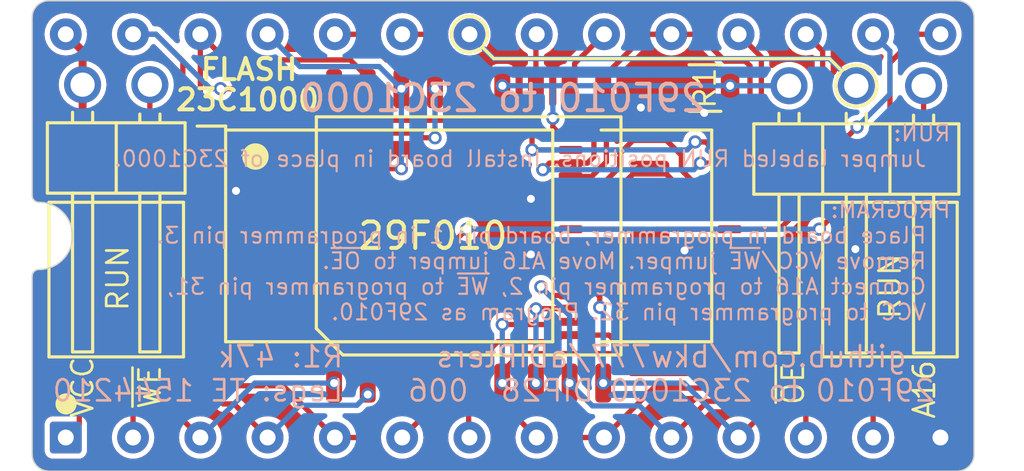
<source format=kicad_pcb>
(kicad_pcb (version 20221018) (generator pcbnew)
  (title_block (title "29F010 to 23C1000 DIP28") (date "2023-06-16") (rev "006") (company "Brian K. White - b.kenyon.w@gmail.com") (comment 1 "github.com/bkw777/aDIPters"))
  (layers (0 "F.Cu" signal) (31 "B.Cu" signal) (34 "B.Paste" user) (35 "F.Paste" user) (36 "B.SilkS" user "B.Silkscreen") (37 "F.SilkS" user "F.Silkscreen") (38 "B.Mask" user) (39 "F.Mask" user) (44 "Edge.Cuts" user))
  (net 0 "")
  (net 1 "/A14")
  (net 2 "/D2")
  (net 3 "/A13")
  (net 4 "/D1")
  (net 5 "/A8")
  (net 6 "/D0")
  (net 7 "/A9")
  (net 8 "/A0")
  (net 9 "/A11")
  (net 10 "/A1")
  (net 11 "/~{OE}")
  (net 12 "/A2")
  (net 13 "/A10")
  (net 14 "/A3")
  (net 15 "/~{CE}")
  (net 16 "/A4")
  (net 17 "/D7")
  (net 18 "/A5")
  (net 19 "/D6")
  (net 20 "/A6")
  (net 21 "/D5")
  (net 22 "/A7")
  (net 23 "/D4")
  (net 24 "/A12")
  (net 25 "/D3")
  (net 26 "/~{WE}")
  (net 27 "/A16")
  (net 28 "/A15")
  (net 29 "/A16_OE")
  (net 30 "GND")
  (net 31 "VCC")
  (footprint "000_LOCAL:TSOP32-dual" (layer "F.Cu") (at 148.725 98.75)
    (fp_text reference "U1" hide)
    (fp_text value "29F010 TSOP-32" hide)
    (pad "1" smd roundrect (at -9.85 -3.75 270) (size 0.3 0.9) (layers "F.Cu" "F.Paste" "F.Mask") (net 9 "/A11"))
    (pad "2" smd roundrect (at -9.85 -3.25 270) (size 0.3 0.9) (layers "F.Cu" "F.Paste" "F.Mask") (net 7 "/A9"))
    (pad "3" smd roundrect (at -9.85 -2.75 270) (size 0.3 0.9) (layers "F.Cu" "F.Paste" "F.Mask") (net 5 "/A8"))
    (pad "4" smd roundrect (at -9.85 -2.25 270) (size 0.3 0.9) (layers "F.Cu" "F.Paste" "F.Mask") (net 3 "/A13"))
    (pad "5" smd roundrect (at -9.85 -1.75 270) (size 0.3 0.9) (layers "F.Cu" "F.Paste" "F.Mask") (net 1 "/A14"))
    (pad "6" smd roundrect (at -9.85 -1.25 270) (size 0.3 0.9) (layers "F.Cu" "F.Paste" "F.Mask") (net 30 "GND"))
    (pad "7" smd roundrect (at -9.85 -0.75 270) (size 0.3 0.9) (layers "F.Cu" "F.Paste" "F.Mask") (net 26 "/~{WE}"))
    (pad "8" smd roundrect (at -9.85 -0.25 270) (size 0.3 0.9) (layers "F.Cu" "F.Paste" "F.Mask") (net 31 "VCC"))
    (pad "9" smd roundrect (at -9.85 0.25 270) (size 0.3 0.9) (layers "F.Cu" "F.Paste" "F.Mask"))
    (pad "10" smd roundrect (at -9.85 0.75 270) (size 0.3 0.9) (layers "F.Cu" "F.Paste" "F.Mask") (net 27 "/A16"))
    (pad "11" smd roundrect (at -9.85 1.25 270) (size 0.3 0.9) (layers "F.Cu" "F.Paste" "F.Mask") (net 28 "/A15"))
    (pad "12" smd roundrect (at -9.85 1.75 270) (size 0.3 0.9) (layers "F.Cu" "F.Paste" "F.Mask") (net 24 "/A12"))
    (pad "13" smd roundrect (at -9.85 2.25 270) (size 0.3 0.9) (layers "F.Cu" "F.Paste" "F.Mask") (net 22 "/A7"))
    (pad "14" smd roundrect (at -9.85 2.75 270) (size 0.3 0.9) (layers "F.Cu" "F.Paste" "F.Mask") (net 20 "/A6"))
    (pad "15" smd roundrect (at -9.85 3.25 270) (size 0.3 0.9) (layers "F.Cu" "F.Paste" "F.Mask") (net 18 "/A5"))
    (pad "16" smd roundrect (at -9.85 3.75 270) (size 0.3 0.9) (layers "F.Cu" "F.Paste" "F.Mask") (net 16 "/A4"))
    (pad "17" smd roundrect (at 3.85 3.75 270) (size 0.3 0.9) (layers "F.Cu" "F.Paste" "F.Mask") (net 14 "/A3"))
    (pad "17" smd roundrect (at 9.85 3.75 270) (size 0.3 0.9) (layers "F.Cu" "F.Paste" "F.Mask") (net 14 "/A3"))
    (pad "18" smd roundrect (at 3.85 3.25 270) (size 0.3 0.9) (layers "F.Cu" "F.Paste" "F.Mask") (net 12 "/A2"))
    (pad "18" smd roundrect (at 9.85 3.25 270) (size 0.3 0.9) (layers "F.Cu" "F.Paste" "F.Mask") (net 12 "/A2"))
    (pad "19" smd roundrect (at 3.85 2.75 270) (size 0.3 0.9) (layers "F.Cu" "F.Paste" "F.Mask") (net 10 "/A1"))
    (pad "19" smd roundrect (at 9.85 2.75 270) (size 0.3 0.9) (layers "F.Cu" "F.Paste" "F.Mask") (net 10 "/A1"))
    (pad "20" smd roundrect (at 3.85 2.25 270) (size 0.3 0.9) (layers "F.Cu" "F.Paste" "F.Mask") (net 8 "/A0"))
    (pad "20" smd roundrect (at 9.85 2.25 270) (size 0.3 0.9) (layers "F.Cu" "F.Paste" "F.Mask") (net 8 "/A0"))
    (pad "21" smd roundrect (at 3.85 1.75 270) (size 0.3 0.9) (layers "F.Cu" "F.Paste" "F.Mask") (net 6 "/D0"))
    (pad "21" smd roundrect (at 9.85 1.75 270) (size 0.3 0.9) (layers "F.Cu" "F.Paste" "F.Mask") (net 6 "/D0"))
    (pad "22" smd roundrect (at 3.85 1.25 270) (size 0.3 0.9) (layers "F.Cu" "F.Paste" "F.Mask") (net 4 "/D1"))
    (pad "22" smd roundrect (at 9.85 1.25 270) (size 0.3 0.9) (layers "F.Cu" "F.Paste" "F.Mask") (net 4 "/D1"))
    (pad "23" smd roundrect (at 3.85 0.75 270) (size 0.3 0.9) (layers "F.Cu" "F.Paste" "F.Mask") (net 2 "/D2"))
    (pad "23" smd roundrect (at 9.85 0.75 270) (size 0.3 0.9) (layers "F.Cu" "F.Paste" "F.Mask") (net 2 "/D2"))
    (pad "24" smd roundrect (at 3.85 0.25 270) (size 0.3 0.9) (layers "F.Cu" "F.Paste" "F.Mask") (net 30 "GND"))
    (pad "24" smd roundrect (at 9.85 0.25 270) (size 0.3 0.9) (layers "F.Cu" "F.Paste" "F.Mask") (net 30 "GND"))
    (pad "25" smd roundrect (at 3.85 -0.25 270) (size 0.3 0.9) (layers "F.Cu" "F.Paste" "F.Mask") (net 25 "/D3"))
    (pad "25" smd roundrect (at 9.85 -0.25 270) (size 0.3 0.9) (layers "F.Cu" "F.Paste" "F.Mask") (net 25 "/D3"))
    (pad "26" smd roundrect (at 3.85 -0.75 270) (size 0.3 0.9) (layers "F.Cu" "F.Paste" "F.Mask") (net 23 "/D4"))
    (pad "26" smd roundrect (at 9.85 -0.75 270) (size 0.3 0.9) (layers "F.Cu" "F.Paste" "F.Mask") (net 23 "/D4"))
    (pad "27" smd roundrect (at 3.85 -1.25 270) (size 0.3 0.9) (layers "F.Cu" "F.Paste" "F.Mask") (net 21 "/D5"))
    (pad "27" smd roundrect (at 9.85 -1.25 270) (size 0.3 0.9) (layers "F.Cu" "F.Paste" "F.Mask") (net 21 "/D5"))
    (pad "28" smd roundrect (at 3.85 -1.75 270) (size 0.3 0.9) (layers "F.Cu" "F.Paste" "F.Mask") (net 19 "/D6"))
    (pad "28" smd roundrect (at 9.85 -1.75 270) (size 0.3 0.9) (layers "F.Cu" "F.Paste" "F.Mask") (net 19 "/D6"))
    (pad "29" smd roundrect (at 3.85 -2.25 270) (size 0.3 0.9) (layers "F.Cu" "F.Paste" "F.Mask") (net 17 "/D7"))
    (pad "29" smd roundrect (at 9.85 -2.25 270) (size 0.3 0.9) (layers "F.Cu" "F.Paste" "F.Mask") (net 17 "/D7"))
    (pad "30" smd roundrect (at 3.85 -2.75 270) (size 0.3 0.9) (layers "F.Cu" "F.Paste" "F.Mask") (net 15 "/~{CE}"))
    (pad "30" smd roundrect (at 9.85 -2.75 270) (size 0.3 0.9) (layers "F.Cu" "F.Paste" "F.Mask") (net 15 "/~{CE}"))
    (pad "31" smd roundrect (at 3.85 -3.25 270) (size 0.3 0.9) (layers "F.Cu" "F.Paste" "F.Mask") (net 13 "/A10"))
    (pad "31" smd roundrect (at 9.85 -3.25 270) (size 0.3 0.9) (layers "F.Cu" "F.Paste" "F.Mask") (net 13 "/A10"))
    (pad "32" smd roundrect (at 3.85 -3.75 270) (size 0.3 0.9) (layers "F.Cu" "F.Paste" "F.Mask") (net 11 "/~{OE}"))
    (pad "32" smd roundrect (at 9.85 -3.75 270) (size 0.3 0.9) (layers "F.Cu" "F.Paste" "F.Mask") (net 11 "/~{OE}"))
  )
  (footprint "000_LOCAL:Pin_Header_Angled_1x02_Pitch2.54mm_shorted" (layer "F.Cu") (at 136.69 93.035 -90)
    (fp_text reference "J2" hide)
    (fp_text value "Conn_1x2")
    (pad "1" thru_hole circle (at 0 0 270) (size 1.397 1.397) (drill 0.9144) (layers "*.Cu" "*.Mask") (net 26 "/~{WE}"))
    (pad "2" thru_hole circle (at 0 2.54 270) (size 1.397 1.397) (drill 0.9144) (layers "*.Cu" "*.Mask") (net 31 "VCC"))
  )
  (footprint "000_LOCAL:DIP28_0.6_pcb_sil_pins" (layer "F.Cu") (at 150.025 98.75 90)
    (fp_text reference "J1" hide)
    (fp_text value "23C1000")
    (pad "1" thru_hole roundrect (at -7.62 -16.51 90) (size 1.2 1.2) (drill 0.6) (layers "*.Cu" "*.Mask") (roundrect_rratio 0.1) (net 28 "/A15"))
    (pad "2" thru_hole circle (at -7.62 -13.97 90) (size 1.2 1.2) (drill 0.6) (layers "*.Cu" "*.Mask") (net 24 "/A12"))
    (pad "3" thru_hole circle (at -7.62 -11.43 90) (size 1.2 1.2) (drill 0.6) (layers "*.Cu" "*.Mask") (net 22 "/A7"))
    (pad "4" thru_hole circle (at -7.62 -8.89 90) (size 1.2 1.2) (drill 0.6) (layers "*.Cu" "*.Mask") (net 20 "/A6"))
    (pad "5" thru_hole circle (at -7.62 -6.35 90) (size 1.2 1.2) (drill 0.6) (layers "*.Cu" "*.Mask") (net 18 "/A5"))
    (pad "6" thru_hole circle (at -7.62 -3.81 90) (size 1.2 1.2) (drill 0.6) (layers "*.Cu" "*.Mask") (net 16 "/A4"))
    (pad "7" thru_hole circle (at -7.62 -1.27 90) (size 1.2 1.2) (drill 0.6) (layers "*.Cu" "*.Mask") (net 14 "/A3"))
    (pad "8" thru_hole circle (at -7.62 1.27 90) (size 1.2 1.2) (drill 0.6) (layers "*.Cu" "*.Mask") (net 12 "/A2"))
    (pad "9" thru_hole circle (at -7.62 3.81 90) (size 1.2 1.2) (drill 0.6) (layers "*.Cu" "*.Mask") (net 10 "/A1"))
    (pad "10" thru_hole circle (at -7.62 6.35 90) (size 1.2 1.2) (drill 0.6) (layers "*.Cu" "*.Mask") (net 8 "/A0"))
    (pad "11" thru_hole circle (at -7.62 8.89 90) (size 1.2 1.2) (drill 0.6) (layers "*.Cu" "*.Mask") (net 6 "/D0"))
    (pad "12" thru_hole circle (at -7.62 11.43 90) (size 1.2 1.2) (drill 0.6) (layers "*.Cu" "*.Mask") (net 4 "/D1"))
    (pad "13" thru_hole circle (at -7.62 13.97 90) (size 1.2 1.2) (drill 0.6) (layers "*.Cu" "*.Mask") (net 2 "/D2"))
    (pad "14" thru_hole circle (at -7.62 16.51 90) (size 1.2 1.2) (drill 0.6) (layers "*.Cu" "*.Mask") (net 30 "GND"))
    (pad "15" thru_hole circle (at 7.62 16.51 90) (size 1.2 1.2) (drill 0.6) (layers "*.Cu" "*.Mask") (net 25 "/D3"))
    (pad "16" thru_hole circle (at 7.62 13.97 90) (size 1.2 1.2) (drill 0.6) (layers "*.Cu" "*.Mask") (net 23 "/D4"))
    (pad "17" thru_hole circle (at 7.62 11.43 90) (size 1.2 1.2) (drill 0.6) (layers "*.Cu" "*.Mask") (net 21 "/D5"))
    (pad "18" thru_hole circle (at 7.62 8.89 90) (size 1.2 1.2) (drill 0.6) (layers "*.Cu" "*.Mask") (net 19 "/D6"))
    (pad "19" thru_hole circle (at 7.62 6.35 90) (size 1.2 1.2) (drill 0.6) (layers "*.Cu" "*.Mask") (net 17 "/D7"))
    (pad "20" thru_hole circle (at 7.62 3.81 90) (size 1.2 1.2) (drill 0.6) (layers "*.Cu" "*.Mask") (net 15 "/~{CE}"))
    (pad "21" thru_hole circle (at 7.62 1.27 90) (size 1.2 1.2) (drill 0.6) (layers "*.Cu" "*.Mask") (net 13 "/A10"))
    (pad "22" thru_hole circle (at 7.62 -1.27 90) (size 1.2 1.2) (drill 0.6) (layers "*.Cu" "*.Mask") (net 29 "/A16_OE"))
    (pad "23" thru_hole circle (at 7.62 -3.81 90) (size 1.2 1.2) (drill 0.6) (layers "*.Cu" "*.Mask") (net 9 "/A11"))
    (pad "24" thru_hole circle (at 7.62 -6.35 90) (size 1.2 1.2) (drill 0.6) (layers "*.Cu" "*.Mask") (net 7 "/A9"))
    (pad "25" thru_hole circle (at 7.62 -8.89 90) (size 1.2 1.2) (drill 0.6) (layers "*.Cu" "*.Mask") (net 5 "/A8"))
    (pad "26" thru_hole circle (at 7.62 -11.43 90) (size 1.2 1.2) (drill 0.6) (layers "*.Cu" "*.Mask") (net 3 "/A13"))
    (pad "27" thru_hole circle (at 7.62 -13.97 90) (size 1.2 1.2) (drill 0.6) (layers "*.Cu" "*.Mask") (net 1 "/A14"))
    (pad "28" thru_hole circle (at 7.62 -16.51 90) (size 1.2 1.2) (drill 0.6) (layers "*.Cu" "*.Mask") (net 31 "VCC"))
  )
  (footprint "000_LOCAL:R_0805" (layer "F.Cu") (at 157.645 93.162 180)
    (fp_text reference "R1" (at 0 0 90) (layer "F.SilkS") (effects (font (size 0.8 0.8) (thickness 0.1))))
    (fp_text value "47k")
    (pad "1" smd roundrect (at -0.95 0 180) (size 0.7 1.3) (layers "F.Cu" "F.Paste" "F.Mask") (roundrect_rratio 0.1) (net 11 "/~{OE}"))
    (pad "2" smd roundrect (at 0.95 0 180) (size 0.7 1.3) (layers "F.Cu" "F.Paste" "F.Mask") (roundrect_rratio 0.1) (net 30 "GND"))
  )
  (footprint "000_LOCAL:PLCC32_7x9" (layer "F.Cu") (at 148.725 98.75 90)
    (fp_text reference "U2" hide)
    (fp_text value "29F010 PLCC-32 7x9")
    (pad "1" smd roundrect (at 0 -6.8375 90) (size 0.6 1.475) (layers "F.Cu" "F.Paste" "F.Mask"))
    (pad "2" smd roundrect (at -1.27 -6.8375 90) (size 0.6 1.475) (layers "F.Cu" "F.Paste" "F.Mask") (net 27 "/A16"))
    (pad "3" smd roundrect (at -2.54 -6.8375 90) (size 0.6 1.475) (layers "F.Cu" "F.Paste" "F.Mask") (net 28 "/A15"))
    (pad "4" smd roundrect (at -3.81 -6.8375 90) (size 0.6 1.475) (layers "F.Cu" "F.Paste" "F.Mask") (net 24 "/A12"))
    (pad "5" smd roundrect (at -5.5625 -5.08 90) (size 1.475 0.6) (layers "F.Cu" "F.Paste" "F.Mask") (net 22 "/A7"))
    (pad "6" smd roundrect (at -5.5625 -3.81 90) (size 1.475 0.6) (layers "F.Cu" "F.Paste" "F.Mask") (net 20 "/A6"))
    (pad "7" smd roundrect (at -5.5625 -2.54 90) (size 1.475 0.6) (layers "F.Cu" "F.Paste" "F.Mask") (net 18 "/A5"))
    (pad "8" smd roundrect (at -5.5625 -1.27 90) (size 1.475 0.6) (layers "F.Cu" "F.Paste" "F.Mask") (net 16 "/A4"))
    (pad "9" smd roundrect (at -5.5625 0 90) (size 1.475 0.6) (layers "F.Cu" "F.Paste" "F.Mask") (net 14 "/A3"))
    (pad "10" smd roundrect (at -5.5625 1.27 90) (size 1.475 0.6) (layers "F.Cu" "F.Paste" "F.Mask") (net 12 "/A2"))
    (pad "11" smd roundrect (at -5.5625 2.54 90) (size 1.475 0.6) (layers "F.Cu" "F.Paste" "F.Mask") (net 10 "/A1"))
    (pad "12" smd roundrect (at -5.5625 3.81 90) (size 1.475 0.6) (layers "F.Cu" "F.Paste" "F.Mask") (net 8 "/A0"))
    (pad "13" smd roundrect (at -5.5625 5.08 90) (size 1.475 0.6) (layers "F.Cu" "F.Paste" "F.Mask") (net 6 "/D0"))
    (pad "14" smd roundrect (at -3.81 6.8375 90) (size 0.6 1.475) (layers "F.Cu" "F.Paste" "F.Mask") (net 4 "/D1"))
    (pad "15" smd roundrect (at -2.54 6.8375 90) (size 0.6 1.475) (layers "F.Cu" "F.Paste" "F.Mask") (net 2 "/D2"))
    (pad "16" smd roundrect (at -1.27 6.8375 90) (size 0.6 1.475) (layers "F.Cu" "F.Paste" "F.Mask") (net 30 "GND"))
    (pad "17" smd roundrect (at 0 6.8375 90) (size 0.6 1.475) (layers "F.Cu" "F.Paste" "F.Mask") (net 25 "/D3"))
    (pad "18" smd roundrect (at 1.27 6.8375 90) (size 0.6 1.475) (layers "F.Cu" "F.Paste" "F.Mask") (net 23 "/D4"))
    (pad "19" smd roundrect (at 2.54 6.8375 90) (size 0.6 1.475) (layers "F.Cu" "F.Paste" "F.Mask") (net 21 "/D5"))
    (pad "20" smd roundrect (at 3.81 6.8375 90) (size 0.6 1.475) (layers "F.Cu" "F.Paste" "F.Mask") (net 19 "/D6"))
    (pad "21" smd roundrect (at 5.5625 5.08 90) (size 1.475 0.6) (layers "F.Cu" "F.Paste" "F.Mask") (net 17 "/D7"))
    (pad "22" smd roundrect (at 5.5625 3.81 90) (size 1.475 0.6) (layers "F.Cu" "F.Paste" "F.Mask") (net 15 "/~{CE}"))
    (pad "23" smd roundrect (at 5.5625 2.54 90) (size 1.475 0.6) (layers "F.Cu" "F.Paste" "F.Mask") (net 13 "/A10"))
    (pad "24" smd roundrect (at 5.5625 1.27 90) (size 1.475 0.6) (layers "F.Cu" "F.Paste" "F.Mask") (net 11 "/~{OE}"))
    (pad "25" smd roundrect (at 5.5625 0 90) (size 1.475 0.6) (layers "F.Cu" "F.Paste" "F.Mask") (net 9 "/A11"))
    (pad "26" smd roundrect (at 5.5625 -1.27 90) (size 1.475 0.6) (layers "F.Cu" "F.Paste" "F.Mask") (net 7 "/A9"))
    (pad "27" smd roundrect (at 5.5625 -2.54 90) (size 1.475 0.6) (layers "F.Cu" "F.Paste" "F.Mask") (net 5 "/A8"))
    (pad "28" smd roundrect (at 5.5625 -3.81 90) (size 1.475 0.6) (layers "F.Cu" "F.Paste" "F.Mask") (net 3 "/A13"))
    (pad "29" smd roundrect (at 5.5625 -5.08 90) (size 1.475 0.6) (layers "F.Cu" "F.Paste" "F.Mask") (net 1 "/A14"))
    (pad "30" smd roundrect (at 3.81 -6.8375 90) (size 0.6 1.475) (layers "F.Cu" "F.Paste" "F.Mask") (net 30 "GND"))
    (pad "31" smd roundrect (at 2.54 -6.8375 90) (size 0.6 1.475) (layers "F.Cu" "F.Paste" "F.Mask") (net 26 "/~{WE}"))
    (pad "32" smd roundrect (at 1.27 -6.8375 90) (size 0.6 1.475) (layers "F.Cu" "F.Paste" "F.Mask") (net 31 "VCC"))
  )
  (footprint "000_LOCAL:Pin_Header_Angled_1x03_Pitch2.54mm_12shorted" (layer "F.Cu") (at 165.9 93.075 -90)
    (fp_text reference "J3" hide)
    (fp_text value "Conn_1x3")
    (pad "1" thru_hole circle (at 0 0 270) (size 1.397 1.397) (drill 0.9144) (layers "*.Cu" "*.Mask") (net 27 "/A16"))
    (pad "2" thru_hole circle (at 0 2.54 270) (size 1.397 1.397) (drill 0.9144) (layers "*.Cu" "*.Mask") (net 29 "/A16_OE"))
    (pad "3" thru_hole circle (at 0 5.08 270) (size 1.397 1.397) (drill 0.9144) (layers "*.Cu" "*.Mask") (net 11 "/~{OE}"))
  )
  (gr_line (start 162.09 97.48) (end 167.17 97.48) (stroke (width 0.12)) (layer "F.SilkS"))
  (gr_line (start 132.88 97.48) (end 132.88 103.322) (stroke (width 0.12)) (layer "F.SilkS"))
  (gr_line (start 132.88 97.48) (end 137.96 97.48) (stroke (width 0.12)) (layer "F.SilkS"))
  (gr_line (start 137.96 103.322) (end 132.88 103.322) (stroke (width 0.12)) (layer "F.SilkS"))
  (gr_circle (center 163.36 93.075) (end 163.36 92.295) (stroke (width 0.12)) (fill none) (layer "F.SilkS"))
  (gr_line (start 149.675 92.05) (end 149.275 91.65) (stroke (width 0.12)) (layer "F.SilkS"))
  (gr_line (start 137.96 97.48) (end 137.96 103.322) (stroke (width 0.12)) (layer "F.SilkS"))
  (gr_circle (center 148.755 91.13) (end 148.755 90.45) (stroke (width 0.12)) (fill none) (layer "F.SilkS"))
  (gr_line (start 167.17 103.322) (end 162.09 103.322) (stroke (width 0.12)) (layer "F.SilkS"))
  (gr_line (start 162.35 92.05) (end 149.675 92.05) (stroke (width 0.12)) (layer "F.SilkS"))
  (gr_line (start 162.09 103.322) (end 162.09 97.48) (stroke (width 0.12)) (layer "F.SilkS"))
  (gr_circle (center 133.525 105.1) (end 133.525 104.9) (stroke (width 0.4)) (fill none) (layer "F.SilkS"))
  (gr_line (start 167.17 97.48) (end 167.17 103.322) (stroke (width 0.12)) (layer "F.SilkS"))
  (gr_line (start 162.8 92.5) (end 162.35 92.05) (stroke (width 0.12)) (layer "F.SilkS"))
  (gr_line (start 132.88 89.86) (end 167.17 89.86) (stroke (width 0.05)) (layer "Edge.Cuts"))
  (gr_line (start 167.17 107.64) (end 132.88 107.64) (stroke (width 0.05)) (layer "Edge.Cuts"))
  (gr_arc (start 132.88 107.64) (mid 132.430987 107.454013) (end 132.245 107.005) (stroke (width 0.05)) (layer "Edge.Cuts"))
  (gr_arc (start 132.499 97.48) (mid 132.319395 97.405605) (end 132.245 97.226) (stroke (width 0.05)) (layer "Edge.Cuts"))
  (gr_arc (start 132.499 97.48) (mid 133.769 98.75) (end 132.499 100.02) (stroke (width 0.05)) (layer "Edge.Cuts"))
  (gr_arc (start 167.805 107.005) (mid 167.619013 107.454013) (end 167.17 107.64) (stroke (width 0.05)) (layer "Edge.Cuts"))
  (gr_line (start 167.805 107.005) (end 167.805 90.495) (stroke (width 0.05)) (layer "Edge.Cuts"))
  (gr_arc (start 132.245 100.274) (mid 132.319395 100.094395) (end 132.499 100.02) (stroke (width 0.05)) (layer "Edge.Cuts"))
  (gr_arc (start 167.17 89.86) (mid 167.619013 90.045987) (end 167.805 90.495) (stroke (width 0.05)) (layer "Edge.Cuts"))
  (gr_line (start 132.245 90.495) (end 132.245 97.226) (stroke (width 0.05)) (layer "Edge.Cuts"))
  (gr_line (start 132.245 107.005) (end 132.245 100.274) (stroke (width 0.05)) (layer "Edge.Cuts"))
  (gr_arc (start 132.245 90.495) (mid 132.430987 90.045987) (end 132.88 89.86) (stroke (width 0.05)) (layer "Edge.Cuts"))
  (gr_text "RUN:\n  Jumper labeled RUN positions. Install board in place of 23C1000.\n\nPROGRAM:\n  Place board in programmer, board pin 1 in programmer pin 3.\n  Remove VCC/~{WE} jumper. Move A16 jumper to ~{OE}.\n  Connect A16 to programmer pin 2, ~{WE} to programmer pin 31,\n  VCC to programmer pin 32. Program as 29F010." (at 166.965 98.25) (layer "B.SilkS") (effects (font (size 0.6 0.6) (thickness 0.08)) (justify left mirror)))
  (gr_text "29F010 to 23C1000" (at 150.025 93.543) (layer "B.SilkS") (effects (font (size 1 1)) (justify mirror)))
  (gr_text "${COMMENT1}\n${TITLE}  ${REVISION}" (at 156.375 103.957) (layer "B.SilkS") (effects (font (size 0.8 0.8) (thickness 0.1)) (justify mirror)))
  (gr_text "R1: ${00000000-0000-0000-0000-00005e638d11:VALUE}\nLegs: TE 1544210" (at 144.056 103.957) (layer "B.SilkS") (effects (font (size 0.8 0.8) (thickness 0.1)) (justify left mirror)))
  (gr_text "~{WE}" (at 136.69 104.465 90) (layer "F.SilkS") (effects (font (size 0.8 0.8) (thickness 0.1))))
  (gr_text "A16" (at 165.925 104.55 90) (layer "F.SilkS") (effects (font (size 0.8 0.8) (thickness 0.1))))
  (gr_text "~{OE}" (at 160.975 104.35 90) (layer "F.SilkS") (effects (font (size 0.8 0.8) (thickness 0.1))))
  (gr_text "RUN" (at 164.63 100.655 90) (layer "F.SilkS") (effects (font (size 0.8 0.8) (thickness 0.1))))
  (gr_text "RUN" (at 135.475 100.35 90) (layer "F.SilkS") (effects (font (size 0.8 0.8) (thickness 0.1))))
  (gr_text "FLASH" (at 140.4365 92.4635) (layer "F.SilkS") (effects (font (size 0.8 0.8))))
  (gr_text "29F010" (at 147.375 98.75) (layer "F.SilkS") (effects (font (size 1 1))))
  (gr_text "VCC" (at 134.15 104.465 90) (layer "F.SilkS") (effects (font (size 0.8 0.8) (thickness 0.1))))
  (gr_text "23C1000" (at 140.373 93.6065) (layer "F.SilkS") (effects (font (size 0.8 0.8))))
  (segment (start 137.3758 96.3878) (end 137.988 97) (width 0.2) (layer "F.Cu") (net 1))
  (segment (start 137.3758 94.2796) (end 137.3758 96.3878) (width 0.2) (layer "F.Cu") (net 1))
  (segment (start 139.357 93.1875) (end 143.645 93.1875) (width 0.2) (layer "F.Cu") (net 1))
  (segment (start 136.055 91.13) (end 136.9186 91.13) (width 0.2) (layer "F.Cu") (net 1))
  (segment (start 137.9346 92.146) (end 137.9346 93.7208) (width 0.2) (layer "F.Cu") (net 1))
  (segment (start 137.9346 93.7208) (end 137.3758 94.2796) (width 0.2) (layer "F.Cu") (net 1))
  (segment (start 137.988 97) (end 138.875 97) (width 0.2) (layer "F.Cu") (net 1))
  (segment (start 136.9186 91.13) (end 137.9346 92.146) (width 0.2) (layer "F.Cu") (net 1))
  (via (at 139.357 93.1875) (size 0.5) (drill 0.3) (layers "F.Cu" "B.Cu") (net 1))
  (segment (start 138.9761 93.1875) (end 136.9186 91.13) (width 0.2) (layer "B.Cu") (net 1))
  (segment (start 136.9186 91.13) (end 136.055 91.13) (width 0.2) (layer "B.Cu") (net 1))
  (segment (start 139.357 93.1875) (end 138.9761 93.1875) (width 0.2) (layer "B.Cu") (net 1))
  (segment (start 156.01 101.29) (end 155.5625 101.29) (width 0.2) (layer "F.Cu") (net 2))
  (segment (start 155.1304 101.29) (end 155.5625 101.29) (width 0.2) (layer "F.Cu") (net 2))
  (segment (start 157.8 99.5) (end 156.01 101.29) (width 0.2) (layer "F.Cu") (net 2))
  (segment (start 153.3404 99.5) (end 155.1304 101.29) (width 0.2) (layer "F.Cu") (net 2))
  (segment (start 163.995 106.37) (end 163.995 103.27) (width 0.2) (layer "F.Cu") (net 2))
  (segment (start 160.225 99.5) (end 158.575 99.5) (width 0.2) (layer "F.Cu") (net 2))
  (segment (start 152.575 99.5) (end 153.3404 99.5) (width 0.2) (layer "F.Cu") (net 2))
  (segment (start 163.995 103.27) (end 160.225 99.5) (width 0.2) (layer "F.Cu") (net 2))
  (segment (start 158.575 99.5) (end 157.8 99.5) (width 0.2) (layer "F.Cu") (net 2))
  (segment (start 137.9346 94.559) (end 137.9346 96.21) (width 0.2) (layer "F.Cu") (net 3))
  (segment (start 138.595 91.13) (end 138.595 93.8986) (width 0.2) (layer "F.Cu") (net 3))
  (segment (start 138.2246 96.5) (end 138.875 96.5) (width 0.2) (layer "F.Cu") (net 3))
  (segment (start 144.915 92.76) (end 144.915 93.1875) (width 0.2) (layer "F.Cu") (net 3))
  (segment (start 138.595 91.13) (end 139.565 92.1) (width 0.2) (layer "F.Cu") (net 3))
  (segment (start 139.565 92.1) (end 144.255 92.1) (width 0.2) (layer "F.Cu") (net 3))
  (segment (start 137.9346 96.21) (end 138.2246 96.5) (width 0.2) (layer "F.Cu") (net 3))
  (segment (start 144.255 92.1) (end 144.915 92.76) (width 0.2) (layer "F.Cu") (net 3))
  (segment (start 138.595 93.8986) (end 137.9346 94.559) (width 0.2) (layer "F.Cu") (net 3))
  (segment (start 160.025 100) (end 158.575 100) (width 0.2) (layer "F.Cu") (net 4))
  (segment (start 161.455 101.43) (end 160.025 100) (width 0.2) (layer "F.Cu") (net 4))
  (segment (start 157.975 100) (end 157.475 100.5) (width 0.2) (layer "F.Cu") (net 4))
  (segment (start 157.475 100.5) (end 157.475 101.1) (width 0.2) (layer "F.Cu") (net 4))
  (segment (start 156.015 102.56) (end 155.5625 102.56) (width 0.2) (layer "F.Cu") (net 4))
  (segment (start 157.475 101.1) (end 156.015 102.56) (width 0.2) (layer "F.Cu") (net 4))
  (segment (start 154.343 101.118) (end 154.343 101.7726) (width 0.2) (layer "F.Cu") (net 4))
  (segment (start 161.455 106.37) (end 161.455 101.43) (width 0.2) (layer "F.Cu") (net 4))
  (segment (start 154.343 101.7726) (end 155.1304 102.56) (width 0.2) (layer "F.Cu") (net 4))
  (segment (start 153.225 100) (end 154.343 101.118) (width 0.2) (layer "F.Cu") (net 4))
  (segment (start 152.575 100) (end 153.225 100) (width 0.2) (layer "F.Cu") (net 4))
  (segment (start 155.1304 102.56) (end 155.5625 102.56) (width 0.2) (layer "F.Cu") (net 4))
  (segment (start 158.575 100) (end 157.975 100) (width 0.2) (layer "F.Cu") (net 4))
  (segment (start 146.185 96.21) (end 143.3702 96.21) (width 0.2) (layer "F.Cu") (net 5))
  (segment (start 142.7352 95.575) (end 140.72 95.575) (width 0.2) (layer "F.Cu") (net 5))
  (segment (start 143.3702 96.21) (end 142.7352 95.575) (width 0.2) (layer "F.Cu") (net 5))
  (segment (start 140.72 95.575) (end 140.295 96) (width 0.2) (layer "F.Cu") (net 5))
  (segment (start 140.295 96) (end 138.875 96) (width 0.2) (layer "F.Cu") (net 5))
  (via (at 146.185 96.21) (size 0.5) (drill 0.3) (layers "F.Cu" "B.Cu") (net 5))
  (via (at 146.185 93.1875) (size 0.5) (drill 0.3) (layers "F.Cu" "B.Cu") (net 5))
  (segment (start 146.185 96.21) (end 146.185 93.1875) (width 0.2) (layer "B.Cu") (net 5))
  (segment (start 142.355 92.35) (end 141.135 91.13) (width 0.2) (layer "B.Cu") (net 5))
  (segment (start 146.185 93.1875) (end 145.3475 92.35) (width 0.2) (layer "B.Cu") (net 5))
  (segment (start 145.3475 92.35) (end 142.355 92.35) (width 0.2) (layer "B.Cu") (net 5))
  (segment (start 158.575 100.5) (end 159.825 100.5) (width 0.2) (layer "F.Cu") (net 6))
  (segment (start 160.8708 104.4142) (end 158.915 106.37) (width 0.2) (layer "F.Cu") (net 6))
  (segment (start 152.575 100.5) (end 152.625 100.55) (width 0.2) (layer "F.Cu") (net 6))
  (segment (start 159.825 100.5) (end 160.8708 101.5458) (width 0.2) (layer "F.Cu") (net 6))
  (segment (start 152.625 100.55) (end 153.175 100.55) (width 0.2) (layer "F.Cu") (net 6))
  (segment (start 153.175 100.55) (end 153.675 101.05) (width 0.2) (layer "F.Cu") (net 6))
  (segment (start 153.675 101.05) (end 153.675 101.45) (width 0.2) (layer "F.Cu") (net 6))
  (segment (start 160.8708 101.5458) (end 160.8708 104.4142) (width 0.2) (layer "F.Cu") (net 6))
  (via (at 153.675 101.45) (size 0.5) (drill 0.3) (layers "F.Cu" "B.Cu") (net 6))
  (via (at 153.805 104.3125) (size 0.5) (drill 0.3) (layers "F.Cu" "B.Cu") (net 6))
  (segment (start 156.8575 104.3125) (end 158.915 106.37) (width 0.2) (layer "B.Cu") (net 6))
  (segment (start 153.805 101.58) (end 153.675 101.45) (width 0.2) (layer "B.Cu") (net 6))
  (segment (start 153.805 104.3125) (end 156.8575 104.3125) (width 0.2) (layer "B.Cu") (net 6))
  (segment (start 153.805 104.3125) (end 153.805 101.58) (width 0.2) (layer "B.Cu") (net 6))
  (segment (start 140.7582 94.25) (end 139.5082 95.5) (width 0.2) (layer "F.Cu") (net 7))
  (segment (start 144.655 91.13) (end 143.675 91.13) (width 0.2) (layer "F.Cu") (net 7))
  (segment (start 147.0024 95.0416) (end 146.8246 94.8638) (width 0.2) (layer "F.Cu") (net 7))
  (segment (start 142.65 94.25) (end 140.7582 94.25) (width 0.2) (layer "F.Cu") (net 7))
  (segment (start 145.625 92.1) (end 144.655 91.13) (width 0.2) (layer "F.Cu") (net 7))
  (segment (start 139.5082 95.5) (end 138.875 95.5) (width 0.2) (layer "F.Cu") (net 7))
  (segment (start 147.455 92.74) (end 146.815 92.1) (width 0.2) (layer "F.Cu") (net 7))
  (segment (start 146.8246 94.8638) (end 143.2638 94.8638) (width 0.2) (layer "F.Cu") (net 7))
  (segment (start 146.815 92.1) (end 145.625 92.1) (width 0.2) (layer "F.Cu") (net 7))
  (segment (start 143.2638 94.8638) (end 142.65 94.25) (width 0.2) (layer "F.Cu") (net 7))
  (segment (start 147.455 95.0416) (end 147.0024 95.0416) (width 0.2) (layer "F.Cu") (net 7))
  (via (at 147.455 95.0416) (size 0.5) (drill 0.3) (layers "F.Cu" "B.Cu") (net 7))
  (via (at 147.455 93.1875) (size 0.5) (drill 0.3) (layers "F.Cu" "B.Cu") (net 7))
  (segment (start 147.455 95.0416) (end 147.455 93.1875) (width 0.2) (layer "B.Cu") (net 7))
  (segment (start 157.745 105) (end 158.725 105) (width 0.2) (layer "F.Cu") (net 8))
  (segment (start 158.725 105) (end 160.3628 103.3622) (width 0.2) (layer "F.Cu") (net 8))
  (segment (start 156.375 106.37) (end 157.745 105) (width 0.2) (layer "F.Cu") (net 8))
  (segment (start 160.3628 101.7878) (end 159.575 101) (width 0.2) (layer "F.Cu") (net 8))
  (segment (start 151.775 101) (end 152.575 101) (width 0.2) (layer "F.Cu") (net 8))
  (segment (start 160.3628 103.3622) (end 160.3628 101.7878) (width 0.2) (layer "F.Cu") (net 8))
  (segment (start 151.45 100.675) (end 151.775 101) (width 0.2) (layer "F.Cu") (net 8))
  (segment (start 159.575 101) (end 158.575 101) (width 0.2) (layer "F.Cu") (net 8))
  (via (at 152.535 104.3125) (size 0.5) (drill 0.3) (layers "F.Cu" "B.Cu") (net 8))
  (via (at 151.45 100.675) (size 0.5) (drill 0.3) (layers "F.Cu" "B.Cu") (net 8))
  (segment (start 152.535 104.3125) (end 153.3975 105.175) (width 0.2) (layer "B.Cu") (net 8))
  (segment (start 153.3975 105.175) (end 155.18 105.175) (width 0.2) (layer "B.Cu") (net 8))
  (segment (start 151.45 100.675) (end 152.535 101.76) (width 0.2) (layer "B.Cu") (net 8))
  (segment (start 152.535 101.76) (end 152.535 104.3125) (width 0.2) (layer "B.Cu") (net 8))
  (segment (start 155.18 105.175) (end 156.375 106.37) (width 0.2) (layer "B.Cu") (net 8))
  (segment (start 142.75 93.75) (end 143.3812 94.3812) (width 0.2) (layer "F.Cu") (net 9))
  (segment (start 140.42 93.75) (end 142.75 93.75) (width 0.2) (layer "F.Cu") (net 9))
  (segment (start 147.105 91.13) (end 146.215 91.13) (width 0.2) (layer "F.Cu") (net 9))
  (segment (start 138.875 95) (end 139.17 95) (width 0.2) (layer "F.Cu") (net 9))
  (segment (start 143.3812 94.3812) (end 147.9738 94.3812) (width 0.2) (layer "F.Cu") (net 9))
  (segment (start 148.725 92.75) (end 147.105 91.13) (width 0.2) (layer "F.Cu") (net 9))
  (segment (start 147.9738 94.3812) (end 148.725 93.63) (width 0.2) (layer "F.Cu") (net 9))
  (segment (start 148.725 93.1875) (end 148.725 92.75) (width 0.2) (layer "F.Cu") (net 9))
  (segment (start 139.17 95) (end 140.42 93.75) (width 0.2) (layer "F.Cu") (net 9))
  (segment (start 148.725 93.63) (end 148.725 93.1875) (width 0.2) (layer "F.Cu") (net 9))
  (segment (start 152.575 101.5) (end 151.275 101.5) (width 0.2) (layer "F.Cu") (net 10))
  (segment (start 151.265 104.3125) (end 151.265 104.75) (width 0.2) (layer "F.Cu") (net 10))
  (segment (start 159.375 101.5) (end 158.575 101.5) (width 0.2) (layer "F.Cu") (net 10))
  (segment (start 159.8802 102.0052) (end 159.375 101.5) (width 0.2) (layer "F.Cu") (net 10))
  (segment (start 151.275 101.5) (end 151.265 101.51) (width 0.2) (layer "F.Cu") (net 10))
  (segment (start 158.525 104.5) (end 159.8802 103.1448) (width 0.2) (layer "F.Cu") (net 10))
  (segment (start 151.265 104.75) (end 152.885 106.37) (width 0.2) (layer "F.Cu") (net 10))
  (segment (start 152.885 106.37) (end 153.835 106.37) (width 0.2) (layer "F.Cu") (net 10))
  (segment (start 153.835 106.37) (end 155.705 104.5) (width 0.2) (layer "F.Cu") (net 10))
  (segment (start 155.705 104.5) (end 158.525 104.5) (width 0.2) (layer "F.Cu") (net 10))
  (segment (start 159.8802 103.1448) (end 159.8802 102.0052) (width 0.2) (layer "F.Cu") (net 10))
  (via (at 151.265 101.51) (size 0.5) (drill 0.3) (layers "F.Cu" "B.Cu") (net 10))
  (via (at 151.265 104.3125) (size 0.5) (drill 0.3) (layers "F.Cu" "B.Cu") (net 10))
  (segment (start 151.265 101.51) (end 151.265 104.3125) (width 0.2) (layer "B.Cu") (net 10))
  (segment (start 151.9046 94.305) (end 151.9046 94.6352) (width 0.2) (layer "F.Cu") (net 11))
  (segment (start 158.575 93.095) (end 158.575 95) (width 0.2) (layer "F.Cu") (net 11))
  (segment (start 152.2694 95) (end 152.575 95) (width 0.2) (layer "F.Cu") (net 11))
  (segment (start 158.595 93.075) (end 158.595 93.162) (width 0.2) (layer "F.Cu") (net 11))
  (segment (start 158.595 93.075) (end 158.575 93.095) (width 0.2) (layer "F.Cu") (net 11))
  (segment (start 151.9046 94.6352) (end 152.2694 95) (width 0.2) (layer "F.Cu") (net 11))
  (via (at 151.9046 94.305) (size 0.5) (drill 0.3) (layers "F.Cu" "B.Cu") (net 11))
  (via (at 158.595 93.075) (size 0.5) (drill 0.3) (layers "F.Cu" "B.Cu") (net 11))
  (via (at 150 93.075) (size 0.5) (drill 0.3) (layers "F.Cu" "B.Cu") (net 11))
  (segment (start 150 93.075) (end 158.595 93.075) (width 0.2) (layer "B.Cu") (net 11))
  (segment (start 151.9046 94.305) (end 151.9046 93.075) (width 0.2) (layer "B.Cu") (net 11))
  (segment (start 158.595 93.075) (end 160.82 93.075) (width 0.2) (layer "B.Cu") (net 11))
  (segment (start 159.3976 102.2726) (end 159.125 102) (width 0.2) (layer "F.Cu") (net 12))
  (segment (start 159.125 102) (end 158.575 102) (width 0.2) (layer "F.Cu") (net 12))
  (segment (start 151.725 102.1) (end 151.825 102) (width 0.2) (layer "F.Cu") (net 12))
  (segment (start 149.995 102.1) (end 151.725 102.1) (width 0.2) (layer "F.Cu") (net 12))
  (segment (start 149.995 104.3125) (end 149.995 103.88) (width 0.2) (layer "F.Cu") (net 12))
  (segment (start 154.125 103.2) (end 154.875 103.95) (width 0.2) (layer "F.Cu") (net 12))
  (segment (start 150.675 103.2) (end 154.125 103.2) (width 0.2) (layer "F.Cu") (net 12))
  (segment (start 149.995 103.88) (end 150.675 103.2) (width 0.2) (layer "F.Cu") (net 12))
  (segment (start 149.995 104.3125) (end 150.205 104.5225) (width 0.2) (layer "F.Cu") (net 12))
  (segment (start 158.375 103.95) (end 159.3976 102.9274) (width 0.2) (layer "F.Cu") (net 12))
  (segment (start 159.3976 102.9274) (end 159.3976 102.2726) (width 0.2) (layer "F.Cu") (net 12))
  (segment (start 150.205 104.5225) (end 150.205 105.28) (width 0.2) (layer "F.Cu") (net 12))
  (segment (start 150.205 105.28) (end 151.295 106.37) (width 0.2) (layer "F.Cu") (net 12))
  (segment (start 154.875 103.95) (end 158.375 103.95) (width 0.2) (layer "F.Cu") (net 12))
  (segment (start 151.825 102) (end 152.575 102) (width 0.2) (layer "F.Cu") (net 12))
  (via (at 149.995 104.3125) (size 0.5) (drill 0.3) (layers "F.Cu" "B.Cu") (net 12))
  (via (at 149.995 102.1) (size 0.5) (drill 0.3) (layers "F.Cu" "B.Cu") (net 12))
  (segment (start 149.995 104.3125) (end 149.995 102.1) (width 0.2) (layer "B.Cu") (net 12))
  (segment (start 157.975 95.5) (end 158.575 95.5) (width 0.2) (layer "F.Cu") (net 13))
  (segment (start 151.1184 95.5) (end 152.575 95.5) (width 0.2) (layer "F.Cu") (net 13))
  (segment (start 151.265 93.1875) (end 151.265 91.16) (width 0.2) (layer "F.Cu") (net 13))
  (segment (start 151.1172 93.3353) (end 151.265 93.1875) (width 0.2) (layer "F.Cu") (net 13))
  (segment (start 151.1172 95.4988) (end 151.1172 93.3353) (width 0.2) (layer "F.Cu") (net 13))
  (segment (start 151.265 91.16) (end 151.295 91.13) (width 0.2) (layer "F.Cu") (net 13))
  (segment (start 157.675 95.2) (end 157.975 95.5) (width 0.2) (layer "F.Cu") (net 13))
  (segment (start 157.275 95.2) (end 157.675 95.2) (width 0.2) (layer "F.Cu") (net 13))
  (via (at 151.1172 95.4988) (size 0.5) (drill 0.3) (layers "F.Cu" "B.Cu") (net 13))
  (via (at 157.275 95.2) (size 0.5) (drill 0.3) (layers "F.Cu" "B.Cu") (net 13))
  (segment (start 157.275 95.2) (end 156.9762 95.4988) (width 0.2) (layer "B.Cu") (net 13))
  (segment (start 156.9762 95.4988) (end 151.1172 95.4988) (width 0.2) (layer "B.Cu") (net 13))
  (segment (start 152.575 102.5) (end 152.275 102.5) (width 0.2) (layer "F.Cu") (net 14))
  (segment (start 154.025 102.5) (end 154.975 103.45) (width 0.2) (layer "F.Cu") (net 14))
  (segment (start 158.275 102.5) (end 158.575 102.5) (width 0.2) (layer "F.Cu") (net 14))
  (segment (start 149.825 102.75) (end 148.725 103.85) (width 0.2) (layer "F.Cu") (net 14))
  (segment (start 152.025 102.75) (end 149.825 102.75) (width 0.2) (layer "F.Cu") (net 14))
  (segment (start 152.575 102.5) (end 154.025 102.5) (width 0.2) (layer "F.Cu") (net 14))
  (segment (start 157.325 103.45) (end 158.275 102.5) (width 0.2) (layer "F.Cu") (net 14))
  (segment (start 148.725 103.7584) (end 148.725 104.3125) (width 0.2) (layer "F.Cu") (net 14))
  (segment (start 152.275 102.5) (end 152.025 102.75) (width 0.2) (layer "F.Cu") (net 14))
  (segment (start 148.725 106.34) (end 148.755 106.37) (width 0.2) (layer "F.Cu") (net 14))
  (segment (start 154.975 103.45) (end 157.325 103.45) (width 0.2) (layer "F.Cu") (net 14))
  (segment (start 148.725 103.85) (end 148.725 104.3125) (width 0.2) (layer "F.Cu") (net 14))
  (segment (start 148.725 104.3125) (end 148.725 106.34) (width 0.2) (layer "F.Cu") (net 14))
  (segment (start 152.725 92.9975) (end 152.725 92.24) (width 0.2) (layer "F.Cu") (net 15))
  (segment (start 152.575 96) (end 153.2068 96) (width 0.2) (layer "F.Cu") (net 15))
  (segment (start 151.775 96) (end 152.575 96) (width 0.2) (layer "F.Cu") (net 15))
  (segment (start 151.525 96.25) (end 151.775 96) (width 0.2) (layer "F.Cu") (net 15))
  (segment (start 152.535 93.6146) (end 152.535 93.1875) (width 0.2) (layer "F.Cu") (net 15))
  (segment (start 153.454 94.5336) (end 152.535 93.6146) (width 0.2) (layer "F.Cu") (net 15))
  (segment (start 153.2068 96) (end 153.454 95.7528) (width 0.2) (layer "F.Cu") (net 15))
  (segment (start 157.475 96) (end 158.575 96) (width 0.2) (layer "F.Cu") (net 15))
  (segment (start 153.454 95.7528) (end 153.454 94.5336) (width 0.2) (layer "F.Cu") (net 15))
  (segment (start 152.725 92.24) (end 153.835 91.13) (width 0.2) (layer "F.Cu") (net 15))
  (segment (start 152.535 93.1875) (end 152.725 92.9975) (width 0.2) (layer "F.Cu") (net 15))
  (via (at 157.475 96) (size 0.5) (drill 0.3) (layers "F.Cu" "B.Cu") (net 15))
  (via (at 151.525 96.25) (size 0.5) (drill 0.3) (layers "F.Cu" "B.Cu") (net 15))
  (segment (start 151.525 96.25) (end 157.225 96.25) (width 0.2) (layer "B.Cu") (net 15))
  (segment (start 157.225 96.25) (end 157.475 96) (width 0.2) (layer "B.Cu") (net 15))
  (segment (start 139.1764 102.5) (end 138.875 102.5) (width 0.2) (layer "F.Cu") (net 16))
  (segment (start 147.245 104.5225) (end 147.455 104.3125) (width 0.2) (layer "F.Cu") (net 16))
  (segment (start 140.2778 103.6014) (end 139.1764 102.5) (width 0.2) (layer "F.Cu") (net 16))
  (segment (start 147.245 103.65) (end 146.445 102.85) (width 0.2) (layer "F.Cu") (net 16))
  (segment (start 146.215 106.37) (end 147.245 105.34) (width 0.2) (layer "F.Cu") (net 16))
  (segment (start 147.455 104.3125) (end 147.245 104.1025) (width 0.2) (layer "F.Cu") (net 16))
  (segment (start 146.445 102.85) (end 143.639 102.85) (width 0.2) (layer "F.Cu") (net 16))
  (segment (start 143.639 102.85) (end 142.8876 103.6014) (width 0.2) (layer "F.Cu") (net 16))
  (segment (start 147.245 105.34) (end 147.245 104.5225) (width 0.2) (layer "F.Cu") (net 16))
  (segment (start 147.245 104.1025) (end 147.245 103.65) (width 0.2) (layer "F.Cu") (net 16))
  (segment (start 142.8876 103.6014) (end 140.2778 103.6014) (width 0.2) (layer "F.Cu") (net 16))
  (segment (start 159.175 96.5) (end 158.575 96.5) (width 0.2) (layer "F.Cu") (net 17))
  (segment (start 156.375 91.13) (end 155.425 91.13) (width 0.2) (layer "F.Cu") (net 17))
  (segment (start 157.391 91.13) (end 158.407 92.146) (width 0.2) (layer "F.Cu") (net 17))
  (segment (start 159.3468 96.3282) (end 159.175 96.5) (width 0.2) (layer "F.Cu") (net 17))
  (segment (start 153.925 95.95) (end 153.375 96.5) (width 0.2) (layer "F.Cu") (net 17))
  (segment (start 153.805 92.75) (end 153.805 93.1875) (width 0.2) (layer "F.Cu") (net 17))
  (segment (start 153.925 93.3075) (end 153.925 95.95) (width 0.2) (layer "F.Cu") (net 17))
  (segment (start 158.407 92.146) (end 159.169 92.146) (width 0.2) (layer "F.Cu") (net 17))
  (segment (start 156.375 91.13) (end 157.391 91.13) (width 0.2) (layer "F.Cu") (net 17))
  (segment (start 153.375 96.5) (end 152.575 96.5) (width 0.2) (layer "F.Cu") (net 17))
  (segment (start 159.169 92.146) (end 159.3468 92.3238) (width 0.2) (layer "F.Cu") (net 17))
  (segment (start 155.425 91.13) (end 153.805 92.75) (width 0.2) (layer "F.Cu") (net 17))
  (segment (start 159.3468 92.3238) (end 159.3468 96.3282) (width 0.2) (layer "F.Cu") (net 17))
  (segment (start 153.805 93.1875) (end 153.925 93.3075) (width 0.2) (layer "F.Cu") (net 17))
  (segment (start 138.1898 102) (end 138.875 102) (width 0.2) (layer "F.Cu") (net 18))
  (segment (start 146.185 104.3125) (end 146.185 104.74) (width 0.2) (layer "F.Cu") (net 18))
  (segment (start 144.555 106.37) (end 143.675 106.37) (width 0.2) (layer "F.Cu") (net 18))
  (segment (start 139.5856 104.4142) (end 137.96 102.7886) (width 0.2) (layer "F.Cu") (net 18))
  (segment (start 143.675 106.37) (end 141.7192 104.4142) (width 0.2) (layer "F.Cu") (net 18))
  (segment (start 146.185 104.74) (end 144.555 106.37) (width 0.2) (layer "F.Cu") (net 18))
  (segment (start 141.7192 104.4142) (end 139.5856 104.4142) (width 0.2) (layer "F.Cu") (net 18))
  (segment (start 137.96 102.2298) (end 138.1898 102) (width 0.2) (layer "F.Cu") (net 18))
  (segment (start 137.96 102.7886) (end 137.96 102.2298) (width 0.2) (layer "F.Cu") (net 18))
  (segment (start 152.575 97) (end 153.575 97) (width 0.2) (layer "F.Cu") (net 19))
  (segment (start 153.575 97) (end 154.425 96.15) (width 0.2) (layer "F.Cu") (net 19))
  (segment (start 154.425 96.15) (end 154.425 95.6454) (width 0.2) (layer "F.Cu") (net 19))
  (segment (start 157.4952 97) (end 156.756 96.2608) (width 0.2) (layer "F.Cu") (net 19))
  (segment (start 156.756 95.702) (end 155.994 94.94) (width 0.2) (layer "F.Cu") (net 19))
  (segment (start 159.775 91.99) (end 159.775 96.6) (width 0.2) (layer "F.Cu") (net 19))
  (segment (start 155.1304 94.94) (end 155.5625 94.94) (width 0.2) (layer "F.Cu") (net 19))
  (segment (start 159.375 97) (end 157.4952 97) (width 0.2) (layer "F.Cu") (net 19))
  (segment (start 158.915 91.13) (end 159.775 91.99) (width 0.2) (layer "F.Cu") (net 19))
  (segment (start 154.425 95.6454) (end 155.1304 94.94) (width 0.2) (layer "F.Cu") (net 19))
  (segment (start 155.994 94.94) (end 155.5625 94.94) (width 0.2) (layer "F.Cu") (net 19))
  (segment (start 159.775 96.6) (end 159.375 97) (width 0.2) (layer "F.Cu") (net 19))
  (segment (start 156.756 96.2608) (end 156.756 95.702) (width 0.2) (layer "F.Cu") (net 19))
  (segment (start 155.665 94.94) (end 155.5625 94.94) (width 0.2) (layer "F.Cu") (net 19))
  (segment (start 139.865 105.1) (end 139.4586 105.1) (width 0.2) (layer "F.Cu") (net 20))
  (segment (start 137.9532 101.5) (end 138.875 101.5) (width 0.2) (layer "F.Cu") (net 20))
  (segment (start 144.915 104.3125) (end 144.915 104.7444) (width 0.2) (layer "F.Cu") (net 20))
  (segment (start 139.4586 105.1) (end 137.4266 103.068) (width 0.2) (layer "F.Cu") (net 20))
  (segment (start 141.135 106.37) (end 139.865 105.1) (width 0.2) (layer "F.Cu") (net 20))
  (segment (start 137.4266 103.068) (end 137.4266 102.0266) (width 0.2) (layer "F.Cu") (net 20))
  (segment (start 137.4266 102.0266) (end 137.9532 101.5) (width 0.2) (layer "F.Cu") (net 20))
  (via (at 144.915 104.7444) (size 0.5) (drill 0.3) (layers "F.Cu" "B.Cu") (net 20))
  (segment (start 142.355 105.15) (end 141.135 106.37) (width 0.2) (layer "B.Cu") (net 20))
  (segment (start 144.915 104.7444) (end 144.5094 105.15) (width 0.2) (layer "B.Cu") (net 20))
  (segment (start 144.5094 105.15) (end 142.355 105.15) (width 0.2) (layer "B.Cu") (net 20))
  (segment (start 155.1304 96.21) (end 155.5625 96.21) (width 0.2) (layer "F.Cu") (net 21))
  (segment (start 153.8404 97.5) (end 155.1304 96.21) (width 0.2) (layer "F.Cu") (net 21))
  (segment (start 157.275 97.5) (end 159.675 97.5) (width 0.2) (layer "F.Cu") (net 21))
  (segment (start 162.09 95.085) (end 162.09 91.765) (width 0.2) (layer "F.Cu") (net 21))
  (segment (start 155.9875 96.2125) (end 157.275 97.5) (width 0.2) (layer "F.Cu") (net 21))
  (segment (start 159.675 97.5) (end 162.09 95.085) (width 0.2) (layer "F.Cu") (net 21))
  (segment (start 152.575 97.5) (end 153.8404 97.5) (width 0.2) (layer "F.Cu") (net 21))
  (segment (start 162.09 91.765) (end 161.455 91.13) (width 0.2) (layer "F.Cu") (net 21))
  (segment (start 155.9875 96.21) (end 155.9875 96.2125) (width 0.2) (layer "F.Cu") (net 21))
  (segment (start 136.8678 101.8234) (end 137.6912 101) (width 0.2) (layer "F.Cu") (net 22))
  (segment (start 137.6912 101) (end 138.875 101) (width 0.2) (layer "F.Cu") (net 22))
  (segment (start 138.595 106.37) (end 136.8678 104.6428) (width 0.2) (layer "F.Cu") (net 22))
  (segment (start 136.8678 104.6428) (end 136.8678 101.8234) (width 0.2) (layer "F.Cu") (net 22))
  (via (at 143.645 104.3125) (size 0.5) (drill 0.3) (layers "F.Cu" "B.Cu") (net 22))
  (segment (start 139.565 105.4) (end 138.595 106.37) (width 0.2) (layer "B.Cu") (net 22))
  (segment (start 140.6525 104.3125) (end 139.565 105.4) (width 0.2) (layer "B.Cu") (net 22))
  (segment (start 143.645 104.3125) (end 140.6525 104.3125) (width 0.2) (layer "B.Cu") (net 22))
  (segment (start 163.3876 94.6374) (end 160.025 98) (width 0.2) (layer "F.Cu") (net 23))
  (segment (start 152.575 98) (end 154.6104 98) (width 0.2) (layer "F.Cu") (net 23))
  (segment (start 160.025 98) (end 156.514 98) (width 0.2) (layer "F.Cu") (net 23))
  (segment (start 155.1304 97.48) (end 155.5625 97.48) (width 0.2) (layer "F.Cu") (net 23))
  (segment (start 156.514 98) (end 155.994 97.48) (width 0.2) (layer "F.Cu") (net 23))
  (segment (start 155.994 97.48) (end 155.5625 97.48) (width 0.2) (layer "F.Cu") (net 23))
  (segment (start 154.6104 98) (end 155.1304 97.48) (width 0.2) (layer "F.Cu") (net 23))
  (via (at 163.3876 94.6374) (size 0.5) (drill 0.3) (layers "F.Cu" "B.Cu") (net 23))
  (segment (start 164.63 91.765) (end 163.995 91.13) (width 0.2) (layer "B.Cu") (net 23))
  (segment (start 164.63 93.395) (end 164.63 91.765) (width 0.2) (layer "B.Cu") (net 23))
  (segment (start 163.3876 94.6374) (end 164.63 93.395) (width 0.2) (layer "B.Cu") (net 23))
  (segment (start 141.4398 102.56) (end 140.2206 101.3408) (width 0.2) (layer "F.Cu") (net 24))
  (segment (start 140.2206 101.0106) (end 139.71 100.5) (width 0.2) (layer "F.Cu") (net 24))
  (segment (start 140.2206 101.3408) (end 140.2206 101.0106) (width 0.2) (layer "F.Cu") (net 24))
  (segment (start 137.353 100.5) (end 136.055 101.798) (width 0.2) (layer "F.Cu") (net 24))
  (segment (start 141.8875 102.56) (end 141.4398 102.56) (width 0.2) (layer "F.Cu") (net 24))
  (segment (start 139.71 100.5) (end 137.353 100.5) (width 0.2) (layer "F.Cu") (net 24))
  (segment (start 136.055 101.798) (end 136.055 106.37) (width 0.2) (layer "F.Cu") (net 24))
  (segment (start 160.4604 98.5) (end 164.63 94.3304) (width 0.2) (layer "F.Cu") (net 25))
  (segment (start 164.63 94.3304) (end 164.63 92.205) (width 0.2) (layer "F.Cu") (net 25))
  (segment (start 155.3125 98.5) (end 152.575 98.5) (width 0.2) (layer "F.Cu") (net 25))
  (segment (start 155.5625 98.75) (end 155.3125 98.5) (width 0.2) (layer "F.Cu") (net 25))
  (segment (start 155.5625 98.75) (end 155.8125 98.5) (width 0.2) (layer "F.Cu") (net 25))
  (segment (start 165.705 91.13) (end 166.535 91.13) (width 0.2) (layer "F.Cu") (net 25))
  (segment (start 158.575 98.5) (end 160.4604 98.5) (width 0.2) (layer "F.Cu") (net 25))
  (segment (start 155.8125 98.5) (end 158.575 98.5) (width 0.2) (layer "F.Cu") (net 25))
  (segment (start 164.63 92.205) (end 165.705 91.13) (width 0.2) (layer "F.Cu") (net 25))
  (segment (start 138.875 98) (end 140.025 98) (width 0.2) (layer "F.Cu") (net 26))
  (segment (start 137.9974 98) (end 138.875 98) (width 0.2) (layer "F.Cu") (net 26))
  (segment (start 136.69 93.035) (end 136.69 96.6926) (width 0.2) (layer "F.Cu") (net 26))
  (segment (start 140.675 97) (end 141.465 96.21) (width 0.2) (layer "F.Cu") (net 26))
  (segment (start 140.025 98) (end 140.675 97.35) (width 0.2) (layer "F.Cu") (net 26))
  (segment (start 141.465 96.21) (end 141.8875 96.21) (width 0.2) (layer "F.Cu") (net 26))
  (segment (start 140.675 97.35) (end 140.675 97) (width 0.2) (layer "F.Cu") (net 26))
  (segment (start 136.69 96.6926) (end 137.9974 98) (width 0.2) (layer "F.Cu") (net 26))
  (segment (start 140.925 99.5) (end 138.875 99.5) (width 0.2) (layer "F.Cu") (net 27))
  (segment (start 147.1294 100.02) (end 141.445 100.02) (width 0.2) (layer "F.Cu") (net 27))
  (segment (start 141.445 100.02) (end 140.925 99.5) (width 0.2) (layer "F.Cu") (net 27))
  (segment (start 161.963 98.496) (end 165.9 94.559) (width 0.2) (layer "F.Cu") (net 27))
  (segment (start 165.9 94.559) (end 165.9 93.075) (width 0.2) (layer "F.Cu") (net 27))
  (segment (start 148.6534 98.496) (end 147.1294 100.02) (width 0.2) (layer "F.Cu") (net 27))
  (via (at 148.6534 98.496) (size 0.5) (drill 0.3) (layers "F.Cu" "B.Cu") (net 27))
  (via (at 161.963 98.496) (size 0.5) (drill 0.3) (layers "F.Cu" "B.Cu") (net 27))
  (segment (start 148.6534 98.496) (end 161.963 98.496) (width 0.2) (layer "B.Cu") (net 27))
  (segment (start 140.165 100) (end 137.1164 100) (width 0.2) (layer "F.Cu") (net 28))
  (segment (start 134.025 103.0914) (end 134.025 105.86) (width 0.2) (layer "F.Cu") (net 28))
  (segment (start 137.1164 100) (end 134.025 103.0914) (width 0.2) (layer "F.Cu") (net 28))
  (segment (start 141.455 101.29) (end 140.165 100) (width 0.2) (layer "F.Cu") (net 28))
  (segment (start 141.8875 101.29) (end 141.455 101.29) (width 0.2) (layer "F.Cu") (net 28))
  (segment (start 134.025 105.86) (end 133.515 106.37) (width 0.2) (layer "F.Cu") (net 28))
  (segment (start 149.675 92.05) (end 148.755 91.13) (width 0.2) (layer "B.Cu") (net 29))
  (segment (start 163.36 93.075) (end 162.335 92.05) (width 0.2) (layer "B.Cu") (net 29))
  (segment (start 162.335 92.05) (end 149.675 92.05) (width 0.2) (layer "B.Cu") (net 29))
  (via (at 139.9412 97.0482) (size 0.5) (drill 0.3) (layers "F.Cu" "B.Cu") (net 30))
  (via (at 151.075 99.45) (size 0.5) (drill 0.3) (layers "F.Cu" "B.Cu") (net 30))
  (via (at 156.875 99.3) (size 0.5) (drill 0.3) (layers "F.Cu" "B.Cu") (net 30))
  (via (at 155.225 93.9) (size 0.5) (drill 0.3) (layers "F.Cu" "B.Cu") (net 30))
  (via (at 151.075 97.35) (size 0.5) (drill 0.3) (layers "F.Cu" "B.Cu") (net 30))
  (via (at 157.6196 94.1018) (size 0.5) (drill 0.3) (layers "F.Cu" "B.Cu") (net 30))
  (via (at 163.325 99.25) (size 0.5) (drill 0.3) (layers "F.Cu" "B.Cu") (net 30))
  (segment (start 141.744 97.6235) (end 141.8875 97.48) (width 0.3) (layer "F.Cu") (net 31))
  (segment (start 134.15 93.035) (end 134.15 91.765) (width 0.3) (layer "F.Cu") (net 31))
  (segment (start 137.329 98.5) (end 140.405 98.5) (width 0.3) (layer "F.Cu") (net 31))
  (segment (start 140.405 98.5) (end 141.2815 97.6235) (width 0.3) (layer "F.Cu") (net 31))
  (segment (start 134.15 93.035) (end 134.15 95.321) (width 0.3) (layer "F.Cu") (net 31))
  (segment (start 141.2815 97.6235) (end 141.744 97.6235) (width 0.3) (layer "F.Cu") (net 31))
  (segment (start 134.15 91.765) (end 133.515 91.13) (width 0.3) (layer "F.Cu") (net 31))
  (segment (start 134.15 95.321) (end 137.329 98.5) (width 0.3) (layer "F.Cu") (net 31))
  (zone (net 30) (net_name "GND") (layer "F.Cu") (connect_pads yes (clearance 0.2)) (min_thickness 0.2) (fill yes (thermal_gap 0.2) (thermal_bridge_width 0.4) (smoothing fillet) (radius 0.1))
    (polygon (pts (xy 167.805 107.64) (xy 132.245 107.64) (xy 132.245 89.86) (xy 167.805 89.86)))
  )
  (zone (net 30) (net_name "GND") (layer "B.Cu") (connect_pads yes (clearance 0.2)) (min_thickness 0.2) (fill yes (thermal_gap 0.2) (thermal_bridge_width 0.4) (smoothing fillet) (radius 0.1))
    (polygon (pts (xy 167.805 107.64) (xy 132.245 107.64) (xy 132.245 89.86) (xy 167.805 89.86)))
  )
)
</source>
